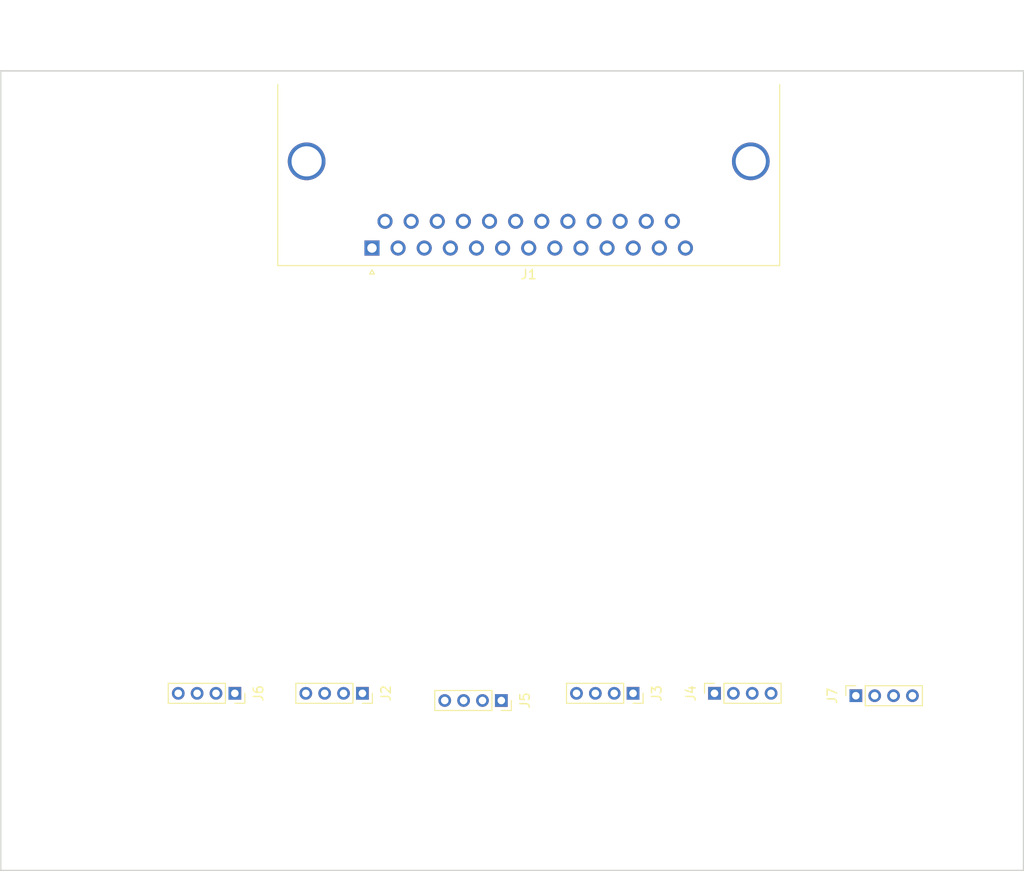
<source format=kicad_pcb>
(kicad_pcb (version 20171130) (host pcbnew 5.0.1-33cea8e~68~ubuntu16.04.1)

  (general
    (thickness 1.6)
    (drawings 9)
    (tracks 0)
    (zones 0)
    (modules 7)
    (nets 30)
  )

  (page A4)
  (layers
    (0 F.Cu signal)
    (31 B.Cu signal hide)
    (32 B.Adhes user hide)
    (33 F.Adhes user hide)
    (34 B.Paste user hide)
    (35 F.Paste user)
    (36 B.SilkS user hide)
    (37 F.SilkS user)
    (38 B.Mask user hide)
    (39 F.Mask user)
    (40 Dwgs.User user hide)
    (41 Cmts.User user hide)
    (42 Eco1.User user hide)
    (43 Eco2.User user hide)
    (44 Edge.Cuts user)
    (45 Margin user hide)
    (46 B.CrtYd user hide)
    (47 F.CrtYd user)
    (48 B.Fab user hide)
    (49 F.Fab user)
  )

  (setup
    (last_trace_width 0.5)
    (trace_clearance 0.2)
    (zone_clearance 0.508)
    (zone_45_only no)
    (trace_min 0.2)
    (segment_width 0.2)
    (edge_width 0.15)
    (via_size 0.8)
    (via_drill 0.4)
    (via_min_size 0.4)
    (via_min_drill 0.3)
    (uvia_size 0.3)
    (uvia_drill 0.1)
    (uvias_allowed no)
    (uvia_min_size 0.2)
    (uvia_min_drill 0.1)
    (pcb_text_width 0.3)
    (pcb_text_size 1.5 1.5)
    (mod_edge_width 0.15)
    (mod_text_size 1 1)
    (mod_text_width 0.15)
    (pad_size 1.524 1.524)
    (pad_drill 0.762)
    (pad_to_mask_clearance 0.2)
    (solder_mask_min_width 0.25)
    (aux_axis_origin 0 0)
    (visible_elements FFFFFF7F)
    (pcbplotparams
      (layerselection 0x010fc_ffffffff)
      (usegerberextensions false)
      (usegerberattributes false)
      (usegerberadvancedattributes false)
      (creategerberjobfile false)
      (excludeedgelayer true)
      (linewidth 0.100000)
      (plotframeref false)
      (viasonmask false)
      (mode 1)
      (useauxorigin false)
      (hpglpennumber 1)
      (hpglpenspeed 20)
      (hpglpendiameter 15.000000)
      (psnegative false)
      (psa4output false)
      (plotreference true)
      (plotvalue true)
      (plotinvisibletext false)
      (padsonsilk false)
      (subtractmaskfromsilk false)
      (outputformat 1)
      (mirror false)
      (drillshape 1)
      (scaleselection 1)
      (outputdirectory ""))
  )

  (net 0 "")
  (net 1 "Net-(J1-Pad1)")
  (net 2 "Net-(J1-Pad5)")
  (net 3 "Net-(J1-Pad6)")
  (net 4 "Net-(J1-Pad17)")
  (net 5 "Net-(J1-Pad24)")
  (net 6 "Net-(J5-Pad4)")
  (net 7 "Net-(J7-Pad4)")
  (net 8 B2)
  (net 9 B4)
  (net 10 B1)
  (net 11 L4)
  (net 12 L6)
  (net 13 M1)
  (net 14 L2)
  (net 15 L5)
  (net 16 L3)
  (net 17 L1)
  (net 18 B6)
  (net 19 B3)
  (net 20 B5)
  (net 21 LC)
  (net 22 Sensor)
  (net 23 M2)
  (net 24 +5V)
  (net 25 +5VA)
  (net 26 +12V)
  (net 27 GND)
  (net 28 "Net-(J3-Pad4)")
  (net 29 "Net-(J4-Pad4)")

  (net_class Default "This is the default net class."
    (clearance 0.2)
    (trace_width 0.5)
    (via_dia 0.8)
    (via_drill 0.4)
    (uvia_dia 0.3)
    (uvia_drill 0.1)
    (add_net +12V)
    (add_net +5V)
    (add_net +5VA)
    (add_net B1)
    (add_net B2)
    (add_net B3)
    (add_net B4)
    (add_net B5)
    (add_net B6)
    (add_net GND)
    (add_net L1)
    (add_net L2)
    (add_net L3)
    (add_net L4)
    (add_net L5)
    (add_net L6)
    (add_net LC)
    (add_net M1)
    (add_net M2)
    (add_net "Net-(J1-Pad1)")
    (add_net "Net-(J1-Pad17)")
    (add_net "Net-(J1-Pad24)")
    (add_net "Net-(J1-Pad5)")
    (add_net "Net-(J1-Pad6)")
    (add_net "Net-(J3-Pad4)")
    (add_net "Net-(J4-Pad4)")
    (add_net "Net-(J5-Pad4)")
    (add_net "Net-(J7-Pad4)")
    (add_net Sensor)
  )

  (net_class POWER ""
    (clearance 0.2)
    (trace_width 0.8)
    (via_dia 0.8)
    (via_drill 0.4)
    (uvia_dia 0.3)
    (uvia_drill 0.1)
  )

  (module Connector_Dsub:DSUB-25_Female_Horizontal_P2.77x2.84mm_EdgePinOffset14.56mm_Housed_MountingHolesOffset8.20mm (layer F.Cu) (tedit 59FEDEE2) (tstamp 5BC9B68C)
    (at 156.972 75.946 180)
    (descr "25-pin D-Sub connector, horizontal/angled (90 deg), THT-mount, female, pitch 2.77x2.84mm, pin-PCB-offset 14.56mm, distance of mounting holes 47.1mm, distance of mounting holes to PCB edge 8.2mm, see https://disti-assets.s3.amazonaws.com/tonar/files/datasheets/16730.pdf")
    (tags "25-pin D-Sub connector horizontal angled 90deg THT female pitch 2.77x2.84mm pin-PCB-offset 14.56mm mounting-holes-distance 47.1mm mounting-hole-offset 47.1mm")
    (path /5BBD510B)
    (fp_text reference J1 (at -16.62 -2.8 180) (layer F.SilkS)
      (effects (font (size 1 1) (thickness 0.15)))
    )
    (fp_text value DB25_Female (at -16.62 25.47 180) (layer F.Fab)
      (effects (font (size 1 1) (thickness 0.15)))
    )
    (fp_arc (start -40.17 9.2) (end -41.77 9.2) (angle 180) (layer F.Fab) (width 0.1))
    (fp_arc (start 6.93 9.2) (end 5.33 9.2) (angle 180) (layer F.Fab) (width 0.1))
    (fp_line (start -43.17 -1.8) (end -43.17 17.4) (layer F.Fab) (width 0.1))
    (fp_line (start -43.17 17.4) (end 9.93 17.4) (layer F.Fab) (width 0.1))
    (fp_line (start 9.93 17.4) (end 9.93 -1.8) (layer F.Fab) (width 0.1))
    (fp_line (start 9.93 -1.8) (end -43.17 -1.8) (layer F.Fab) (width 0.1))
    (fp_line (start -43.17 17.4) (end -43.17 17.8) (layer F.Fab) (width 0.1))
    (fp_line (start -43.17 17.8) (end 9.93 17.8) (layer F.Fab) (width 0.1))
    (fp_line (start 9.93 17.8) (end 9.93 17.4) (layer F.Fab) (width 0.1))
    (fp_line (start 9.93 17.4) (end -43.17 17.4) (layer F.Fab) (width 0.1))
    (fp_line (start -35.77 17.8) (end -35.77 23.97) (layer F.Fab) (width 0.1))
    (fp_line (start -35.77 23.97) (end 2.53 23.97) (layer F.Fab) (width 0.1))
    (fp_line (start 2.53 23.97) (end 2.53 17.8) (layer F.Fab) (width 0.1))
    (fp_line (start 2.53 17.8) (end -35.77 17.8) (layer F.Fab) (width 0.1))
    (fp_line (start -42.67 17.8) (end -42.67 22.8) (layer F.Fab) (width 0.1))
    (fp_line (start -42.67 22.8) (end -37.67 22.8) (layer F.Fab) (width 0.1))
    (fp_line (start -37.67 22.8) (end -37.67 17.8) (layer F.Fab) (width 0.1))
    (fp_line (start -37.67 17.8) (end -42.67 17.8) (layer F.Fab) (width 0.1))
    (fp_line (start 4.43 17.8) (end 4.43 22.8) (layer F.Fab) (width 0.1))
    (fp_line (start 4.43 22.8) (end 9.43 22.8) (layer F.Fab) (width 0.1))
    (fp_line (start 9.43 22.8) (end 9.43 17.8) (layer F.Fab) (width 0.1))
    (fp_line (start 9.43 17.8) (end 4.43 17.8) (layer F.Fab) (width 0.1))
    (fp_line (start -41.77 17.4) (end -41.77 9.2) (layer F.Fab) (width 0.1))
    (fp_line (start -38.57 17.4) (end -38.57 9.2) (layer F.Fab) (width 0.1))
    (fp_line (start 5.33 17.4) (end 5.33 9.2) (layer F.Fab) (width 0.1))
    (fp_line (start 8.53 17.4) (end 8.53 9.2) (layer F.Fab) (width 0.1))
    (fp_line (start -43.23 17.34) (end -43.23 -1.86) (layer F.SilkS) (width 0.12))
    (fp_line (start -43.23 -1.86) (end 9.99 -1.86) (layer F.SilkS) (width 0.12))
    (fp_line (start 9.99 -1.86) (end 9.99 17.34) (layer F.SilkS) (width 0.12))
    (fp_line (start -0.25 -2.754338) (end 0.25 -2.754338) (layer F.SilkS) (width 0.12))
    (fp_line (start 0.25 -2.754338) (end 0 -2.321325) (layer F.SilkS) (width 0.12))
    (fp_line (start 0 -2.321325) (end -0.25 -2.754338) (layer F.SilkS) (width 0.12))
    (fp_line (start -43.7 -2.3) (end -43.7 24.5) (layer F.CrtYd) (width 0.05))
    (fp_line (start -43.7 24.5) (end 10.45 24.5) (layer F.CrtYd) (width 0.05))
    (fp_line (start 10.45 24.5) (end 10.45 -2.3) (layer F.CrtYd) (width 0.05))
    (fp_line (start 10.45 -2.3) (end -43.7 -2.3) (layer F.CrtYd) (width 0.05))
    (fp_text user %R (at -16.62 20.885 180) (layer F.Fab)
      (effects (font (size 1 1) (thickness 0.15)))
    )
    (pad 1 thru_hole rect (at 0 0 180) (size 1.6 1.6) (drill 1) (layers *.Cu *.Mask)
      (net 1 "Net-(J1-Pad1)"))
    (pad 2 thru_hole circle (at -2.77 0 180) (size 1.6 1.6) (drill 1) (layers *.Cu *.Mask)
      (net 8 B2))
    (pad 3 thru_hole circle (at -5.54 0 180) (size 1.6 1.6) (drill 1) (layers *.Cu *.Mask)
      (net 9 B4))
    (pad 4 thru_hole circle (at -8.31 0 180) (size 1.6 1.6) (drill 1) (layers *.Cu *.Mask)
      (net 10 B1))
    (pad 5 thru_hole circle (at -11.08 0 180) (size 1.6 1.6) (drill 1) (layers *.Cu *.Mask)
      (net 2 "Net-(J1-Pad5)"))
    (pad 6 thru_hole circle (at -13.85 0 180) (size 1.6 1.6) (drill 1) (layers *.Cu *.Mask)
      (net 3 "Net-(J1-Pad6)"))
    (pad 7 thru_hole circle (at -16.62 0 180) (size 1.6 1.6) (drill 1) (layers *.Cu *.Mask)
      (net 11 L4))
    (pad 8 thru_hole circle (at -19.39 0 180) (size 1.6 1.6) (drill 1) (layers *.Cu *.Mask)
      (net 12 L6))
    (pad 9 thru_hole circle (at -22.16 0 180) (size 1.6 1.6) (drill 1) (layers *.Cu *.Mask)
      (net 13 M1))
    (pad 10 thru_hole circle (at -24.93 0 180) (size 1.6 1.6) (drill 1) (layers *.Cu *.Mask)
      (net 14 L2))
    (pad 11 thru_hole circle (at -27.7 0 180) (size 1.6 1.6) (drill 1) (layers *.Cu *.Mask)
      (net 15 L5))
    (pad 12 thru_hole circle (at -30.47 0 180) (size 1.6 1.6) (drill 1) (layers *.Cu *.Mask)
      (net 16 L3))
    (pad 13 thru_hole circle (at -33.24 0 180) (size 1.6 1.6) (drill 1) (layers *.Cu *.Mask)
      (net 17 L1))
    (pad 14 thru_hole circle (at -1.385 2.84 180) (size 1.6 1.6) (drill 1) (layers *.Cu *.Mask)
      (net 18 B6))
    (pad 15 thru_hole circle (at -4.155 2.84 180) (size 1.6 1.6) (drill 1) (layers *.Cu *.Mask)
      (net 19 B3))
    (pad 16 thru_hole circle (at -6.925 2.84 180) (size 1.6 1.6) (drill 1) (layers *.Cu *.Mask)
      (net 20 B5))
    (pad 17 thru_hole circle (at -9.695 2.84 180) (size 1.6 1.6) (drill 1) (layers *.Cu *.Mask)
      (net 4 "Net-(J1-Pad17)"))
    (pad 18 thru_hole circle (at -12.465 2.84 180) (size 1.6 1.6) (drill 1) (layers *.Cu *.Mask)
      (net 21 LC))
    (pad 19 thru_hole circle (at -15.235 2.84 180) (size 1.6 1.6) (drill 1) (layers *.Cu *.Mask)
      (net 22 Sensor))
    (pad 20 thru_hole circle (at -18.005 2.84 180) (size 1.6 1.6) (drill 1) (layers *.Cu *.Mask)
      (net 23 M2))
    (pad 21 thru_hole circle (at -20.775 2.84 180) (size 1.6 1.6) (drill 1) (layers *.Cu *.Mask)
      (net 24 +5V))
    (pad 22 thru_hole circle (at -23.545 2.84 180) (size 1.6 1.6) (drill 1) (layers *.Cu *.Mask)
      (net 25 +5VA))
    (pad 23 thru_hole circle (at -26.315 2.84 180) (size 1.6 1.6) (drill 1) (layers *.Cu *.Mask)
      (net 26 +12V))
    (pad 24 thru_hole circle (at -29.085 2.84 180) (size 1.6 1.6) (drill 1) (layers *.Cu *.Mask)
      (net 5 "Net-(J1-Pad24)"))
    (pad 25 thru_hole circle (at -31.855 2.84 180) (size 1.6 1.6) (drill 1) (layers *.Cu *.Mask)
      (net 27 GND))
    (pad 0 thru_hole circle (at -40.17 9.2 180) (size 4 4) (drill 3.2) (layers *.Cu *.Mask))
    (pad 0 thru_hole circle (at 6.93 9.2 180) (size 4 4) (drill 3.2) (layers *.Cu *.Mask))
    (model ${KISYS3DMOD}/Connector_Dsub.3dshapes/DSUB-25_Female_Horizontal_P2.77x2.84mm_EdgePinOffset14.56mm_Housed_MountingHolesOffset8.20mm.wrl
      (at (xyz 0 0 0))
      (scale (xyz 1 1 1))
      (rotate (xyz 0 0 0))
    )
  )

  (module Connector_PinSocket_2.00mm:PinSocket_1x04_P2.00mm_Vertical (layer F.Cu) (tedit 5A19A425) (tstamp 5BC9CA0E)
    (at 155.956 123.19 270)
    (descr "Through hole straight socket strip, 1x04, 2.00mm pitch, single row (from Kicad 4.0.7), script generated")
    (tags "Through hole socket strip THT 1x04 2.00mm single row")
    (path /5BBD5659)
    (fp_text reference J2 (at 0 -2.5 270) (layer F.SilkS)
      (effects (font (size 1 1) (thickness 0.15)))
    )
    (fp_text value Conn_01x04 (at 0 8.5 270) (layer F.Fab)
      (effects (font (size 1 1) (thickness 0.15)))
    )
    (fp_text user %R (at 0 3) (layer F.Fab)
      (effects (font (size 1 1) (thickness 0.15)))
    )
    (fp_line (start -1.5 7.5) (end -1.5 -1.5) (layer F.CrtYd) (width 0.05))
    (fp_line (start 1.5 7.5) (end -1.5 7.5) (layer F.CrtYd) (width 0.05))
    (fp_line (start 1.5 -1.5) (end 1.5 7.5) (layer F.CrtYd) (width 0.05))
    (fp_line (start -1.5 -1.5) (end 1.5 -1.5) (layer F.CrtYd) (width 0.05))
    (fp_line (start 0 -1.06) (end 1.06 -1.06) (layer F.SilkS) (width 0.12))
    (fp_line (start 1.06 -1.06) (end 1.06 0) (layer F.SilkS) (width 0.12))
    (fp_line (start 1.06 1) (end 1.06 7.06) (layer F.SilkS) (width 0.12))
    (fp_line (start -1.06 7.06) (end 1.06 7.06) (layer F.SilkS) (width 0.12))
    (fp_line (start -1.06 1) (end -1.06 7.06) (layer F.SilkS) (width 0.12))
    (fp_line (start -1.06 1) (end 1.06 1) (layer F.SilkS) (width 0.12))
    (fp_line (start -1 7) (end -1 -1) (layer F.Fab) (width 0.1))
    (fp_line (start 1 7) (end -1 7) (layer F.Fab) (width 0.1))
    (fp_line (start 1 -0.5) (end 1 7) (layer F.Fab) (width 0.1))
    (fp_line (start 0.5 -1) (end 1 -0.5) (layer F.Fab) (width 0.1))
    (fp_line (start -1 -1) (end 0.5 -1) (layer F.Fab) (width 0.1))
    (pad 4 thru_hole oval (at 0 6 270) (size 1.35 1.35) (drill 0.8) (layers *.Cu *.Mask)
      (net 27 GND))
    (pad 3 thru_hole oval (at 0 4 270) (size 1.35 1.35) (drill 0.8) (layers *.Cu *.Mask)
      (net 26 +12V))
    (pad 2 thru_hole oval (at 0 2 270) (size 1.35 1.35) (drill 0.8) (layers *.Cu *.Mask)
      (net 25 +5VA))
    (pad 1 thru_hole rect (at 0 0 270) (size 1.35 1.35) (drill 0.8) (layers *.Cu *.Mask)
      (net 24 +5V))
    (model ${KISYS3DMOD}/Connector_PinSocket_2.00mm.3dshapes/PinSocket_1x04_P2.00mm_Vertical.wrl
      (at (xyz 0 0 0))
      (scale (xyz 1 1 1))
      (rotate (xyz 0 0 0))
    )
  )

  (module Connector_PinSocket_2.00mm:PinSocket_1x04_P2.00mm_Vertical (layer F.Cu) (tedit 5A19A425) (tstamp 5BC9CB75)
    (at 184.658 123.19 270)
    (descr "Through hole straight socket strip, 1x04, 2.00mm pitch, single row (from Kicad 4.0.7), script generated")
    (tags "Through hole socket strip THT 1x04 2.00mm single row")
    (path /5BBD5423)
    (fp_text reference J3 (at 0 -2.5 270) (layer F.SilkS)
      (effects (font (size 1 1) (thickness 0.15)))
    )
    (fp_text value Conn_01x04 (at 0 8.5 270) (layer F.Fab)
      (effects (font (size 1 1) (thickness 0.15)))
    )
    (fp_line (start -1 -1) (end 0.5 -1) (layer F.Fab) (width 0.1))
    (fp_line (start 0.5 -1) (end 1 -0.5) (layer F.Fab) (width 0.1))
    (fp_line (start 1 -0.5) (end 1 7) (layer F.Fab) (width 0.1))
    (fp_line (start 1 7) (end -1 7) (layer F.Fab) (width 0.1))
    (fp_line (start -1 7) (end -1 -1) (layer F.Fab) (width 0.1))
    (fp_line (start -1.06 1) (end 1.06 1) (layer F.SilkS) (width 0.12))
    (fp_line (start -1.06 1) (end -1.06 7.06) (layer F.SilkS) (width 0.12))
    (fp_line (start -1.06 7.06) (end 1.06 7.06) (layer F.SilkS) (width 0.12))
    (fp_line (start 1.06 1) (end 1.06 7.06) (layer F.SilkS) (width 0.12))
    (fp_line (start 1.06 -1.06) (end 1.06 0) (layer F.SilkS) (width 0.12))
    (fp_line (start 0 -1.06) (end 1.06 -1.06) (layer F.SilkS) (width 0.12))
    (fp_line (start -1.5 -1.5) (end 1.5 -1.5) (layer F.CrtYd) (width 0.05))
    (fp_line (start 1.5 -1.5) (end 1.5 7.5) (layer F.CrtYd) (width 0.05))
    (fp_line (start 1.5 7.5) (end -1.5 7.5) (layer F.CrtYd) (width 0.05))
    (fp_line (start -1.5 7.5) (end -1.5 -1.5) (layer F.CrtYd) (width 0.05))
    (fp_text user %R (at 0 3) (layer F.Fab)
      (effects (font (size 1 1) (thickness 0.15)))
    )
    (pad 1 thru_hole rect (at 0 0 270) (size 1.35 1.35) (drill 0.8) (layers *.Cu *.Mask)
      (net 18 B6))
    (pad 2 thru_hole oval (at 0 2 270) (size 1.35 1.35) (drill 0.8) (layers *.Cu *.Mask)
      (net 19 B3))
    (pad 3 thru_hole oval (at 0 4 270) (size 1.35 1.35) (drill 0.8) (layers *.Cu *.Mask)
      (net 20 B5))
    (pad 4 thru_hole oval (at 0 6 270) (size 1.35 1.35) (drill 0.8) (layers *.Cu *.Mask)
      (net 28 "Net-(J3-Pad4)"))
    (model ${KISYS3DMOD}/Connector_PinSocket_2.00mm.3dshapes/PinSocket_1x04_P2.00mm_Vertical.wrl
      (at (xyz 0 0 0))
      (scale (xyz 1 1 1))
      (rotate (xyz 0 0 0))
    )
  )

  (module Connector_PinSocket_2.00mm:PinSocket_1x04_P2.00mm_Vertical (layer F.Cu) (tedit 5A19A425) (tstamp 5BC9CC02)
    (at 193.294 123.19 90)
    (descr "Through hole straight socket strip, 1x04, 2.00mm pitch, single row (from Kicad 4.0.7), script generated")
    (tags "Through hole socket strip THT 1x04 2.00mm single row")
    (path /5BBD5485)
    (fp_text reference J4 (at 0 -2.5 90) (layer F.SilkS)
      (effects (font (size 1 1) (thickness 0.15)))
    )
    (fp_text value Conn_01x04 (at 0 8.5 90) (layer F.Fab)
      (effects (font (size 1 1) (thickness 0.15)))
    )
    (fp_text user %R (at 0 3 180) (layer F.Fab)
      (effects (font (size 1 1) (thickness 0.15)))
    )
    (fp_line (start -1.5 7.5) (end -1.5 -1.5) (layer F.CrtYd) (width 0.05))
    (fp_line (start 1.5 7.5) (end -1.5 7.5) (layer F.CrtYd) (width 0.05))
    (fp_line (start 1.5 -1.5) (end 1.5 7.5) (layer F.CrtYd) (width 0.05))
    (fp_line (start -1.5 -1.5) (end 1.5 -1.5) (layer F.CrtYd) (width 0.05))
    (fp_line (start 0 -1.06) (end 1.06 -1.06) (layer F.SilkS) (width 0.12))
    (fp_line (start 1.06 -1.06) (end 1.06 0) (layer F.SilkS) (width 0.12))
    (fp_line (start 1.06 1) (end 1.06 7.06) (layer F.SilkS) (width 0.12))
    (fp_line (start -1.06 7.06) (end 1.06 7.06) (layer F.SilkS) (width 0.12))
    (fp_line (start -1.06 1) (end -1.06 7.06) (layer F.SilkS) (width 0.12))
    (fp_line (start -1.06 1) (end 1.06 1) (layer F.SilkS) (width 0.12))
    (fp_line (start -1 7) (end -1 -1) (layer F.Fab) (width 0.1))
    (fp_line (start 1 7) (end -1 7) (layer F.Fab) (width 0.1))
    (fp_line (start 1 -0.5) (end 1 7) (layer F.Fab) (width 0.1))
    (fp_line (start 0.5 -1) (end 1 -0.5) (layer F.Fab) (width 0.1))
    (fp_line (start -1 -1) (end 0.5 -1) (layer F.Fab) (width 0.1))
    (pad 4 thru_hole oval (at 0 6 90) (size 1.35 1.35) (drill 0.8) (layers *.Cu *.Mask)
      (net 29 "Net-(J4-Pad4)"))
    (pad 3 thru_hole oval (at 0 4 90) (size 1.35 1.35) (drill 0.8) (layers *.Cu *.Mask)
      (net 10 B1))
    (pad 2 thru_hole oval (at 0 2 90) (size 1.35 1.35) (drill 0.8) (layers *.Cu *.Mask)
      (net 9 B4))
    (pad 1 thru_hole rect (at 0 0 90) (size 1.35 1.35) (drill 0.8) (layers *.Cu *.Mask)
      (net 8 B2))
    (model ${KISYS3DMOD}/Connector_PinSocket_2.00mm.3dshapes/PinSocket_1x04_P2.00mm_Vertical.wrl
      (at (xyz 0 0 0))
      (scale (xyz 1 1 1))
      (rotate (xyz 0 0 0))
    )
  )

  (module Connector_PinSocket_2.00mm:PinSocket_1x04_P2.00mm_Vertical (layer F.Cu) (tedit 5BBD6397) (tstamp 5BC9B6EC)
    (at 170.688 123.952 270)
    (descr "Through hole straight socket strip, 1x04, 2.00mm pitch, single row (from Kicad 4.0.7), script generated")
    (tags "Through hole socket strip THT 1x04 2.00mm single row")
    (path /5BBD54BF)
    (fp_text reference J5 (at 0 -2.5 270) (layer F.SilkS)
      (effects (font (size 1 1) (thickness 0.15)))
    )
    (fp_text value Conn_01x04 (at 0 8.5 270) (layer F.Fab)
      (effects (font (size 1 1) (thickness 0.15)))
    )
    (fp_line (start -1 -1) (end 0.5 -1) (layer F.Fab) (width 0.1))
    (fp_line (start 0.5 -1) (end 1 -0.5) (layer F.Fab) (width 0.1))
    (fp_line (start 1 -0.5) (end 1 7) (layer F.Fab) (width 0.1))
    (fp_line (start 1 7) (end -1 7) (layer F.Fab) (width 0.1))
    (fp_line (start -1 7) (end -1 -1) (layer F.Fab) (width 0.1))
    (fp_line (start -1.06 1) (end 1.06 1) (layer F.SilkS) (width 0.12))
    (fp_line (start -1.06 1) (end -1.06 7.06) (layer F.SilkS) (width 0.12))
    (fp_line (start -1.06 7.06) (end 1.06 7.06) (layer F.SilkS) (width 0.12))
    (fp_line (start 1.06 1) (end 1.06 7.06) (layer F.SilkS) (width 0.12))
    (fp_line (start 1.06 -1.06) (end 1.06 0) (layer F.SilkS) (width 0.12))
    (fp_line (start 0 -1.06) (end 1.06 -1.06) (layer F.SilkS) (width 0.12))
    (fp_line (start -1.5 -1.5) (end 1.5 -1.5) (layer F.CrtYd) (width 0.05))
    (fp_line (start 1.5 -1.5) (end 1.5 7.5) (layer F.CrtYd) (width 0.05))
    (fp_line (start 1.5 7.5) (end -1.5 7.5) (layer F.CrtYd) (width 0.05))
    (fp_line (start -1.5 7.5) (end -1.5 -1.5) (layer F.CrtYd) (width 0.05))
    (fp_text user %R (at 0 3) (layer F.Fab)
      (effects (font (size 1 1) (thickness 0.15)))
    )
    (pad 1 thru_hole rect (at 0 0 270) (size 1.35 1.35) (drill 0.8) (layers *.Cu *.Mask)
      (net 21 LC))
    (pad 2 thru_hole oval (at 0 2 270) (size 1.35 1.35) (drill 0.8) (layers *.Cu *.Mask)
      (net 22 Sensor))
    (pad 3 thru_hole oval (at 0 4 270) (size 1.35 1.35) (drill 0.8) (layers *.Cu *.Mask)
      (net 23 M2))
    (pad 4 thru_hole oval (at 0 6 270) (size 1.35 1.35) (drill 0.8) (layers *.Cu *.Mask)
      (net 6 "Net-(J5-Pad4)"))
    (model ${KISYS3DMOD}/Connector_PinSocket_2.00mm.3dshapes/PinSocket_1x04_P2.00mm_Vertical.wrl
      (at (xyz 0 0 0))
      (scale (xyz 1 1 1))
      (rotate (xyz 0 0 0))
    )
  )

  (module Connector_PinSocket_2.00mm:PinSocket_1x04_P2.00mm_Vertical (layer F.Cu) (tedit 5A19A425) (tstamp 5BC9C0CF)
    (at 142.43 123.19 270)
    (descr "Through hole straight socket strip, 1x04, 2.00mm pitch, single row (from Kicad 4.0.7), script generated")
    (tags "Through hole socket strip THT 1x04 2.00mm single row")
    (path /5BBD5505)
    (fp_text reference J6 (at 0 -2.5 270) (layer F.SilkS)
      (effects (font (size 1 1) (thickness 0.15)))
    )
    (fp_text value Conn_01x04 (at 0 8.5 270) (layer F.Fab)
      (effects (font (size 1 1) (thickness 0.15)))
    )
    (fp_text user %R (at 0 3) (layer F.Fab)
      (effects (font (size 1 1) (thickness 0.15)))
    )
    (fp_line (start -1.5 7.5) (end -1.5 -1.5) (layer F.CrtYd) (width 0.05))
    (fp_line (start 1.5 7.5) (end -1.5 7.5) (layer F.CrtYd) (width 0.05))
    (fp_line (start 1.5 -1.5) (end 1.5 7.5) (layer F.CrtYd) (width 0.05))
    (fp_line (start -1.5 -1.5) (end 1.5 -1.5) (layer F.CrtYd) (width 0.05))
    (fp_line (start 0 -1.06) (end 1.06 -1.06) (layer F.SilkS) (width 0.12))
    (fp_line (start 1.06 -1.06) (end 1.06 0) (layer F.SilkS) (width 0.12))
    (fp_line (start 1.06 1) (end 1.06 7.06) (layer F.SilkS) (width 0.12))
    (fp_line (start -1.06 7.06) (end 1.06 7.06) (layer F.SilkS) (width 0.12))
    (fp_line (start -1.06 1) (end -1.06 7.06) (layer F.SilkS) (width 0.12))
    (fp_line (start -1.06 1) (end 1.06 1) (layer F.SilkS) (width 0.12))
    (fp_line (start -1 7) (end -1 -1) (layer F.Fab) (width 0.1))
    (fp_line (start 1 7) (end -1 7) (layer F.Fab) (width 0.1))
    (fp_line (start 1 -0.5) (end 1 7) (layer F.Fab) (width 0.1))
    (fp_line (start 0.5 -1) (end 1 -0.5) (layer F.Fab) (width 0.1))
    (fp_line (start -1 -1) (end 0.5 -1) (layer F.Fab) (width 0.1))
    (pad 4 thru_hole oval (at 0 6 270) (size 1.35 1.35) (drill 0.8) (layers *.Cu *.Mask)
      (net 17 L1))
    (pad 3 thru_hole oval (at 0 4 270) (size 1.35 1.35) (drill 0.8) (layers *.Cu *.Mask)
      (net 16 L3))
    (pad 2 thru_hole oval (at 0 2 270) (size 1.35 1.35) (drill 0.8) (layers *.Cu *.Mask)
      (net 15 L5))
    (pad 1 thru_hole rect (at 0 0 270) (size 1.35 1.35) (drill 0.8) (layers *.Cu *.Mask)
      (net 14 L2))
    (model ${KISYS3DMOD}/Connector_PinSocket_2.00mm.3dshapes/PinSocket_1x04_P2.00mm_Vertical.wrl
      (at (xyz 0 0 0))
      (scale (xyz 1 1 1))
      (rotate (xyz 0 0 0))
    )
  )

  (module Connector_PinSocket_2.00mm:PinSocket_1x04_P2.00mm_Vertical (layer F.Cu) (tedit 5A19A425) (tstamp 5BC9CD3B)
    (at 208.28 123.444 90)
    (descr "Through hole straight socket strip, 1x04, 2.00mm pitch, single row (from Kicad 4.0.7), script generated")
    (tags "Through hole socket strip THT 1x04 2.00mm single row")
    (path /5BBD55F7)
    (fp_text reference J7 (at 0 -2.5 90) (layer F.SilkS)
      (effects (font (size 1 1) (thickness 0.15)))
    )
    (fp_text value Conn_01x04 (at 0 8.5 90) (layer F.Fab)
      (effects (font (size 1 1) (thickness 0.15)))
    )
    (fp_line (start -1 -1) (end 0.5 -1) (layer F.Fab) (width 0.1))
    (fp_line (start 0.5 -1) (end 1 -0.5) (layer F.Fab) (width 0.1))
    (fp_line (start 1 -0.5) (end 1 7) (layer F.Fab) (width 0.1))
    (fp_line (start 1 7) (end -1 7) (layer F.Fab) (width 0.1))
    (fp_line (start -1 7) (end -1 -1) (layer F.Fab) (width 0.1))
    (fp_line (start -1.06 1) (end 1.06 1) (layer F.SilkS) (width 0.12))
    (fp_line (start -1.06 1) (end -1.06 7.06) (layer F.SilkS) (width 0.12))
    (fp_line (start -1.06 7.06) (end 1.06 7.06) (layer F.SilkS) (width 0.12))
    (fp_line (start 1.06 1) (end 1.06 7.06) (layer F.SilkS) (width 0.12))
    (fp_line (start 1.06 -1.06) (end 1.06 0) (layer F.SilkS) (width 0.12))
    (fp_line (start 0 -1.06) (end 1.06 -1.06) (layer F.SilkS) (width 0.12))
    (fp_line (start -1.5 -1.5) (end 1.5 -1.5) (layer F.CrtYd) (width 0.05))
    (fp_line (start 1.5 -1.5) (end 1.5 7.5) (layer F.CrtYd) (width 0.05))
    (fp_line (start 1.5 7.5) (end -1.5 7.5) (layer F.CrtYd) (width 0.05))
    (fp_line (start -1.5 7.5) (end -1.5 -1.5) (layer F.CrtYd) (width 0.05))
    (fp_text user %R (at 0 3 180) (layer F.Fab)
      (effects (font (size 1 1) (thickness 0.15)))
    )
    (pad 1 thru_hole rect (at 0 0 90) (size 1.35 1.35) (drill 0.8) (layers *.Cu *.Mask)
      (net 11 L4))
    (pad 2 thru_hole oval (at 0 2 90) (size 1.35 1.35) (drill 0.8) (layers *.Cu *.Mask)
      (net 12 L6))
    (pad 3 thru_hole oval (at 0 4 90) (size 1.35 1.35) (drill 0.8) (layers *.Cu *.Mask)
      (net 13 M1))
    (pad 4 thru_hole oval (at 0 6 90) (size 1.35 1.35) (drill 0.8) (layers *.Cu *.Mask)
      (net 7 "Net-(J7-Pad4)"))
    (model ${KISYS3DMOD}/Connector_PinSocket_2.00mm.3dshapes/PinSocket_1x04_P2.00mm_Vertical.wrl
      (at (xyz 0 0 0))
      (scale (xyz 1 1 1))
      (rotate (xyz 0 0 0))
    )
  )

  (gr_line (start 226.06 141.986) (end 225.552 141.986) (layer Edge.Cuts) (width 0.15))
  (gr_line (start 226.06 57.15) (end 226.06 141.986) (layer Edge.Cuts) (width 0.15))
  (gr_line (start 117.602 141.986) (end 225.552 141.986) (layer Edge.Cuts) (width 0.15))
  (gr_line (start 117.602 57.15) (end 117.602 141.986) (layer Edge.Cuts) (width 0.15))
  (gr_line (start 226.06 57.15) (end 117.602 57.15) (layer Edge.Cuts) (width 0.15))
  (dimension 10.16 (width 0.3) (layer Dwgs.User)
    (gr_text "10,160 mm" (at 220.726 149.166) (layer Dwgs.User)
      (effects (font (size 1.5 1.5) (thickness 0.3)))
    )
    (feature1 (pts (xy 225.806 123.444) (xy 225.806 147.652421)))
    (feature2 (pts (xy 215.646 123.444) (xy 215.646 147.652421)))
    (crossbar (pts (xy 215.646 147.066) (xy 225.806 147.066)))
    (arrow1a (pts (xy 225.806 147.066) (xy 224.679496 147.652421)))
    (arrow1b (pts (xy 225.806 147.066) (xy 224.679496 146.479579)))
    (arrow2a (pts (xy 215.646 147.066) (xy 216.772504 147.652421)))
    (arrow2b (pts (xy 215.646 147.066) (xy 216.772504 146.479579)))
  )
  (dimension 10.163174 (width 0.3) (layer Dwgs.User)
    (gr_text "10,163 mm" (at 122.680413 117.280001) (layer Dwgs.User)
      (effects (font (size 1.5 1.5) (thickness 0.3)))
    )
    (feature1 (pts (xy 117.598826 125.984) (xy 117.598826 118.79358)))
    (feature2 (pts (xy 127.762 125.984) (xy 127.762 118.79358)))
    (crossbar (pts (xy 127.762 119.380001) (xy 117.598826 119.380001)))
    (arrow1a (pts (xy 117.598826 119.380001) (xy 118.72533 118.79358)))
    (arrow1b (pts (xy 117.598826 119.380001) (xy 118.72533 119.966422)))
    (arrow2a (pts (xy 127.762 119.380001) (xy 126.635496 118.79358)))
    (arrow2b (pts (xy 127.762 119.380001) (xy 126.635496 119.966422)))
  )
  (dimension 10.163174 (width 0.3) (layer Dwgs.User)
    (gr_text "10,163 mm" (at 116.518 136.653587 270) (layer Dwgs.User)
      (effects (font (size 1.5 1.5) (thickness 0.3)))
    )
    (feature1 (pts (xy 135.128 141.735174) (xy 118.031579 141.735174)))
    (feature2 (pts (xy 135.128 131.572) (xy 118.031579 131.572)))
    (crossbar (pts (xy 118.618 131.572) (xy 118.618 141.735174)))
    (arrow1a (pts (xy 118.618 141.735174) (xy 118.031579 140.60867)))
    (arrow1b (pts (xy 118.618 141.735174) (xy 119.204421 140.60867)))
    (arrow2a (pts (xy 118.618 131.572) (xy 118.031579 132.698504)))
    (arrow2b (pts (xy 118.618 131.572) (xy 119.204421 132.698504)))
  )
  (dimension 10.163174 (width 0.3) (layer Dwgs.User)
    (gr_text "10,163 mm" (at 252.798 61.974413 90) (layer Dwgs.User)
      (effects (font (size 1.5 1.5) (thickness 0.3)))
    )
    (feature1 (pts (xy 199.898 56.892826) (xy 251.284421 56.892826)))
    (feature2 (pts (xy 199.898 67.056) (xy 251.284421 67.056)))
    (crossbar (pts (xy 250.698 67.056) (xy 250.698 56.892826)))
    (arrow1a (pts (xy 250.698 56.892826) (xy 251.284421 58.01933)))
    (arrow1b (pts (xy 250.698 56.892826) (xy 250.111579 58.01933)))
    (arrow2a (pts (xy 250.698 67.056) (xy 251.284421 65.929496)))
    (arrow2b (pts (xy 250.698 67.056) (xy 250.111579 65.929496)))
  )

)

</source>
